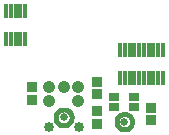
<source format=gbs>
G75*
%MOIN*%
%OFA0B0*%
%FSLAX25Y25*%
%IPPOS*%
%LPD*%
%AMOC8*
5,1,8,0,0,1.08239X$1,22.5*
%
%ADD10R,0.03454X0.02655*%
%ADD11C,0.02569*%
%ADD12C,0.00020*%
%ADD13R,0.01387X0.05088*%
%ADD14R,0.03600X0.03300*%
%ADD15C,0.03356*%
%ADD16C,0.04143*%
D10*
X0102585Y0105299D03*
X0102585Y0108535D03*
X0109179Y0108535D03*
X0109179Y0105299D03*
D11*
X0105882Y0100370D03*
X0085646Y0101787D03*
D12*
X0103620Y0098108D02*
X0104105Y0097710D01*
X0104658Y0097415D01*
X0105258Y0097233D01*
X0105882Y0097171D01*
X0105882Y0098402D01*
X0105444Y0098451D01*
X0105028Y0098596D01*
X0103220Y0098596D01*
X0103222Y0098593D02*
X0102927Y0099146D01*
X0102745Y0099746D01*
X0102683Y0100370D01*
X0102745Y0100994D01*
X0102927Y0101594D01*
X0103222Y0102147D01*
X0103620Y0102632D01*
X0104105Y0103030D01*
X0104658Y0103325D01*
X0105258Y0103507D01*
X0105882Y0103569D01*
X0105882Y0102339D01*
X0105444Y0102289D01*
X0105028Y0102144D01*
X0104654Y0101909D01*
X0104342Y0101598D01*
X0104108Y0101224D01*
X0103962Y0100808D01*
X0103913Y0100370D01*
X0103962Y0099932D01*
X0104108Y0099516D01*
X0104342Y0099143D01*
X0104654Y0098831D01*
X0105028Y0098596D01*
X0104999Y0098615D02*
X0103211Y0098615D01*
X0103201Y0098633D02*
X0104970Y0098633D01*
X0104941Y0098651D02*
X0103191Y0098651D01*
X0103181Y0098669D02*
X0104912Y0098669D01*
X0104883Y0098687D02*
X0103172Y0098687D01*
X0103162Y0098705D02*
X0104854Y0098705D01*
X0104825Y0098724D02*
X0103152Y0098724D01*
X0103143Y0098742D02*
X0104796Y0098742D01*
X0104767Y0098760D02*
X0103133Y0098760D01*
X0103123Y0098778D02*
X0104738Y0098778D01*
X0104709Y0098796D02*
X0103113Y0098796D01*
X0103104Y0098815D02*
X0104680Y0098815D01*
X0104652Y0098833D02*
X0103094Y0098833D01*
X0103084Y0098851D02*
X0104634Y0098851D01*
X0104616Y0098869D02*
X0103074Y0098869D01*
X0103065Y0098887D02*
X0104598Y0098887D01*
X0104579Y0098906D02*
X0103055Y0098906D01*
X0103045Y0098924D02*
X0104561Y0098924D01*
X0104543Y0098942D02*
X0103036Y0098942D01*
X0103026Y0098960D02*
X0104525Y0098960D01*
X0104507Y0098978D02*
X0103016Y0098978D01*
X0103006Y0098997D02*
X0104488Y0098997D01*
X0104470Y0099015D02*
X0102997Y0099015D01*
X0102987Y0099033D02*
X0104452Y0099033D01*
X0104434Y0099051D02*
X0102977Y0099051D01*
X0102967Y0099069D02*
X0104416Y0099069D01*
X0104397Y0099088D02*
X0102958Y0099088D01*
X0102948Y0099106D02*
X0104379Y0099106D01*
X0104361Y0099124D02*
X0102938Y0099124D01*
X0102929Y0099142D02*
X0104343Y0099142D01*
X0104331Y0099160D02*
X0102922Y0099160D01*
X0102917Y0099179D02*
X0104320Y0099179D01*
X0104308Y0099197D02*
X0102911Y0099197D01*
X0102906Y0099215D02*
X0104297Y0099215D01*
X0104285Y0099233D02*
X0102900Y0099233D01*
X0102895Y0099251D02*
X0104274Y0099251D01*
X0104263Y0099270D02*
X0102889Y0099270D01*
X0102884Y0099288D02*
X0104251Y0099288D01*
X0104240Y0099306D02*
X0102878Y0099306D01*
X0102873Y0099324D02*
X0104228Y0099324D01*
X0104217Y0099342D02*
X0102867Y0099342D01*
X0102861Y0099361D02*
X0104205Y0099361D01*
X0104194Y0099379D02*
X0102856Y0099379D01*
X0102850Y0099397D02*
X0104182Y0099397D01*
X0104171Y0099415D02*
X0102845Y0099415D01*
X0102839Y0099433D02*
X0104160Y0099433D01*
X0104148Y0099452D02*
X0102834Y0099452D01*
X0102828Y0099470D02*
X0104137Y0099470D01*
X0104125Y0099488D02*
X0102823Y0099488D01*
X0102817Y0099506D02*
X0104114Y0099506D01*
X0104105Y0099524D02*
X0102812Y0099524D01*
X0102806Y0099543D02*
X0104098Y0099543D01*
X0104092Y0099561D02*
X0102801Y0099561D01*
X0102795Y0099579D02*
X0104086Y0099579D01*
X0104079Y0099597D02*
X0102790Y0099597D01*
X0102784Y0099615D02*
X0104073Y0099615D01*
X0104067Y0099634D02*
X0102779Y0099634D01*
X0102773Y0099652D02*
X0104060Y0099652D01*
X0104054Y0099670D02*
X0102768Y0099670D01*
X0102762Y0099688D02*
X0104047Y0099688D01*
X0104041Y0099706D02*
X0102757Y0099706D01*
X0102751Y0099724D02*
X0104035Y0099724D01*
X0104028Y0099743D02*
X0102746Y0099743D01*
X0102743Y0099761D02*
X0104022Y0099761D01*
X0104016Y0099779D02*
X0102741Y0099779D01*
X0102739Y0099797D02*
X0104009Y0099797D01*
X0104003Y0099815D02*
X0102738Y0099815D01*
X0102736Y0099834D02*
X0103997Y0099834D01*
X0103990Y0099852D02*
X0102734Y0099852D01*
X0102732Y0099870D02*
X0103984Y0099870D01*
X0103977Y0099888D02*
X0102731Y0099888D01*
X0102729Y0099906D02*
X0103971Y0099906D01*
X0103965Y0099925D02*
X0102727Y0099925D01*
X0102725Y0099943D02*
X0103961Y0099943D01*
X0103959Y0099961D02*
X0102723Y0099961D01*
X0102722Y0099979D02*
X0103957Y0099979D01*
X0103955Y0099997D02*
X0102720Y0099997D01*
X0102718Y0100016D02*
X0103953Y0100016D01*
X0103951Y0100034D02*
X0102716Y0100034D01*
X0102714Y0100052D02*
X0103949Y0100052D01*
X0103947Y0100070D02*
X0102713Y0100070D01*
X0102711Y0100088D02*
X0103945Y0100088D01*
X0103942Y0100107D02*
X0102709Y0100107D01*
X0102707Y0100125D02*
X0103940Y0100125D01*
X0103938Y0100143D02*
X0102705Y0100143D01*
X0102704Y0100161D02*
X0103936Y0100161D01*
X0103934Y0100179D02*
X0102702Y0100179D01*
X0102700Y0100198D02*
X0103932Y0100198D01*
X0103930Y0100216D02*
X0102698Y0100216D01*
X0102696Y0100234D02*
X0103928Y0100234D01*
X0103926Y0100252D02*
X0102695Y0100252D01*
X0102693Y0100270D02*
X0103924Y0100270D01*
X0103922Y0100289D02*
X0102691Y0100289D01*
X0102689Y0100307D02*
X0103920Y0100307D01*
X0103918Y0100325D02*
X0102688Y0100325D01*
X0102686Y0100343D02*
X0103916Y0100343D01*
X0103914Y0100361D02*
X0102684Y0100361D01*
X0102684Y0100380D02*
X0103914Y0100380D01*
X0103916Y0100398D02*
X0102686Y0100398D01*
X0102688Y0100416D02*
X0103918Y0100416D01*
X0103920Y0100434D02*
X0102689Y0100434D01*
X0102691Y0100452D02*
X0103922Y0100452D01*
X0103924Y0100471D02*
X0102693Y0100471D01*
X0102695Y0100489D02*
X0103926Y0100489D01*
X0103928Y0100507D02*
X0102697Y0100507D01*
X0102698Y0100525D02*
X0103930Y0100525D01*
X0103932Y0100543D02*
X0102700Y0100543D01*
X0102702Y0100562D02*
X0103934Y0100562D01*
X0103936Y0100580D02*
X0102704Y0100580D01*
X0102706Y0100598D02*
X0103938Y0100598D01*
X0103941Y0100616D02*
X0102707Y0100616D01*
X0102709Y0100634D02*
X0103943Y0100634D01*
X0103945Y0100653D02*
X0102711Y0100653D01*
X0102713Y0100671D02*
X0103947Y0100671D01*
X0103949Y0100689D02*
X0102714Y0100689D01*
X0102716Y0100707D02*
X0103951Y0100707D01*
X0103953Y0100725D02*
X0102718Y0100725D01*
X0102720Y0100743D02*
X0103955Y0100743D01*
X0103957Y0100762D02*
X0102722Y0100762D01*
X0102723Y0100780D02*
X0103959Y0100780D01*
X0103961Y0100798D02*
X0102725Y0100798D01*
X0102727Y0100816D02*
X0103965Y0100816D01*
X0103971Y0100834D02*
X0102729Y0100834D01*
X0102731Y0100853D02*
X0103978Y0100853D01*
X0103984Y0100871D02*
X0102732Y0100871D01*
X0102734Y0100889D02*
X0103990Y0100889D01*
X0103997Y0100907D02*
X0102736Y0100907D01*
X0102738Y0100925D02*
X0104003Y0100925D01*
X0104010Y0100944D02*
X0102740Y0100944D01*
X0102741Y0100962D02*
X0104016Y0100962D01*
X0104022Y0100980D02*
X0102743Y0100980D01*
X0102746Y0100998D02*
X0104029Y0100998D01*
X0104035Y0101016D02*
X0102751Y0101016D01*
X0102757Y0101035D02*
X0104041Y0101035D01*
X0104048Y0101053D02*
X0102762Y0101053D01*
X0102768Y0101071D02*
X0104054Y0101071D01*
X0104061Y0101089D02*
X0102773Y0101089D01*
X0102779Y0101107D02*
X0104067Y0101107D01*
X0104073Y0101126D02*
X0102784Y0101126D01*
X0102790Y0101144D02*
X0104080Y0101144D01*
X0104086Y0101162D02*
X0102795Y0101162D01*
X0102801Y0101180D02*
X0104092Y0101180D01*
X0104099Y0101198D02*
X0102806Y0101198D01*
X0102812Y0101217D02*
X0104105Y0101217D01*
X0104114Y0101235D02*
X0102818Y0101235D01*
X0102823Y0101253D02*
X0104126Y0101253D01*
X0104137Y0101271D02*
X0102829Y0101271D01*
X0102834Y0101289D02*
X0104149Y0101289D01*
X0104160Y0101308D02*
X0102840Y0101308D01*
X0102845Y0101326D02*
X0104172Y0101326D01*
X0104183Y0101344D02*
X0102851Y0101344D01*
X0102856Y0101362D02*
X0104194Y0101362D01*
X0104206Y0101380D02*
X0102862Y0101380D01*
X0102867Y0101399D02*
X0104217Y0101399D01*
X0104229Y0101417D02*
X0102873Y0101417D01*
X0102878Y0101435D02*
X0104240Y0101435D01*
X0104252Y0101453D02*
X0102884Y0101453D01*
X0102889Y0101471D02*
X0104263Y0101471D01*
X0104274Y0101490D02*
X0102895Y0101490D01*
X0102900Y0101508D02*
X0104286Y0101508D01*
X0104297Y0101526D02*
X0102906Y0101526D01*
X0102911Y0101544D02*
X0104309Y0101544D01*
X0104320Y0101562D02*
X0102917Y0101562D01*
X0102922Y0101581D02*
X0104332Y0101581D01*
X0104344Y0101599D02*
X0102929Y0101599D01*
X0102939Y0101617D02*
X0104362Y0101617D01*
X0104380Y0101635D02*
X0102948Y0101635D01*
X0102958Y0101653D02*
X0104398Y0101653D01*
X0104416Y0101672D02*
X0102968Y0101672D01*
X0102978Y0101690D02*
X0104435Y0101690D01*
X0104453Y0101708D02*
X0102987Y0101708D01*
X0102997Y0101726D02*
X0104471Y0101726D01*
X0104489Y0101744D02*
X0103007Y0101744D01*
X0103016Y0101762D02*
X0104507Y0101762D01*
X0104526Y0101781D02*
X0103026Y0101781D01*
X0103036Y0101799D02*
X0104544Y0101799D01*
X0104562Y0101817D02*
X0103046Y0101817D01*
X0103055Y0101835D02*
X0104580Y0101835D01*
X0104598Y0101853D02*
X0103065Y0101853D01*
X0103075Y0101872D02*
X0104617Y0101872D01*
X0104635Y0101890D02*
X0103085Y0101890D01*
X0103094Y0101908D02*
X0104653Y0101908D01*
X0104681Y0101926D02*
X0103104Y0101926D01*
X0103114Y0101944D02*
X0104710Y0101944D01*
X0104739Y0101963D02*
X0103123Y0101963D01*
X0103133Y0101981D02*
X0104768Y0101981D01*
X0104797Y0101999D02*
X0103143Y0101999D01*
X0103153Y0102017D02*
X0104826Y0102017D01*
X0104855Y0102035D02*
X0103162Y0102035D01*
X0103172Y0102054D02*
X0104884Y0102054D01*
X0104913Y0102072D02*
X0103182Y0102072D01*
X0103192Y0102090D02*
X0104942Y0102090D01*
X0104971Y0102108D02*
X0103201Y0102108D01*
X0103211Y0102126D02*
X0105000Y0102126D01*
X0105030Y0102145D02*
X0103221Y0102145D01*
X0103235Y0102163D02*
X0105082Y0102163D01*
X0105134Y0102181D02*
X0103250Y0102181D01*
X0103265Y0102199D02*
X0105186Y0102199D01*
X0105238Y0102217D02*
X0103280Y0102217D01*
X0103295Y0102236D02*
X0105290Y0102236D01*
X0105342Y0102254D02*
X0103310Y0102254D01*
X0103325Y0102272D02*
X0105394Y0102272D01*
X0105451Y0102290D02*
X0103339Y0102290D01*
X0103354Y0102308D02*
X0105613Y0102308D01*
X0105775Y0102327D02*
X0103369Y0102327D01*
X0103384Y0102345D02*
X0105882Y0102345D01*
X0108380Y0102345D01*
X0108394Y0102327D02*
X0105989Y0102327D01*
X0105882Y0102339D02*
X0106320Y0102289D01*
X0106736Y0102144D01*
X0107110Y0101909D01*
X0107421Y0101598D01*
X0107656Y0101224D01*
X0107802Y0100808D01*
X0107851Y0100370D01*
X0107802Y0099932D01*
X0107656Y0099516D01*
X0107421Y0099143D01*
X0107110Y0098831D01*
X0106736Y0098596D01*
X0108543Y0098596D01*
X0108542Y0098593D02*
X0108144Y0098108D01*
X0107659Y0097710D01*
X0107106Y0097415D01*
X0106506Y0097233D01*
X0105882Y0097171D01*
X0105882Y0098402D01*
X0106320Y0098451D01*
X0106736Y0098596D01*
X0106765Y0098615D02*
X0108553Y0098615D01*
X0108563Y0098633D02*
X0106794Y0098633D01*
X0106823Y0098651D02*
X0108573Y0098651D01*
X0108582Y0098669D02*
X0106852Y0098669D01*
X0106881Y0098687D02*
X0108592Y0098687D01*
X0108602Y0098705D02*
X0106910Y0098705D01*
X0106939Y0098724D02*
X0108612Y0098724D01*
X0108621Y0098742D02*
X0106968Y0098742D01*
X0106997Y0098760D02*
X0108631Y0098760D01*
X0108641Y0098778D02*
X0107026Y0098778D01*
X0107055Y0098796D02*
X0108650Y0098796D01*
X0108660Y0098815D02*
X0107084Y0098815D01*
X0107112Y0098833D02*
X0108670Y0098833D01*
X0108680Y0098851D02*
X0107130Y0098851D01*
X0107148Y0098869D02*
X0108689Y0098869D01*
X0108699Y0098887D02*
X0107166Y0098887D01*
X0107184Y0098906D02*
X0108709Y0098906D01*
X0108719Y0098924D02*
X0107203Y0098924D01*
X0107221Y0098942D02*
X0108728Y0098942D01*
X0108738Y0098960D02*
X0107239Y0098960D01*
X0107257Y0098978D02*
X0108748Y0098978D01*
X0108757Y0098997D02*
X0107275Y0098997D01*
X0107294Y0099015D02*
X0108767Y0099015D01*
X0108777Y0099033D02*
X0107312Y0099033D01*
X0107330Y0099051D02*
X0108787Y0099051D01*
X0108796Y0099069D02*
X0107348Y0099069D01*
X0107366Y0099088D02*
X0108806Y0099088D01*
X0108816Y0099106D02*
X0107385Y0099106D01*
X0107403Y0099124D02*
X0108826Y0099124D01*
X0108835Y0099142D02*
X0107421Y0099142D01*
X0107433Y0099160D02*
X0108842Y0099160D01*
X0108837Y0099146D02*
X0108542Y0098593D01*
X0108529Y0098578D02*
X0106684Y0098578D01*
X0106632Y0098560D02*
X0108515Y0098560D01*
X0108500Y0098542D02*
X0106580Y0098542D01*
X0106528Y0098524D02*
X0108485Y0098524D01*
X0108470Y0098505D02*
X0106476Y0098505D01*
X0106424Y0098487D02*
X0108455Y0098487D01*
X0108440Y0098469D02*
X0106372Y0098469D01*
X0106319Y0098451D02*
X0108425Y0098451D01*
X0108410Y0098433D02*
X0106158Y0098433D01*
X0105996Y0098414D02*
X0108395Y0098414D01*
X0108380Y0098396D02*
X0105882Y0098396D01*
X0103384Y0098396D01*
X0103399Y0098378D02*
X0105882Y0098378D01*
X0108365Y0098378D01*
X0108350Y0098360D02*
X0105882Y0098360D01*
X0103414Y0098360D01*
X0103428Y0098342D02*
X0105882Y0098342D01*
X0108335Y0098342D01*
X0108320Y0098323D02*
X0105882Y0098323D01*
X0103443Y0098323D01*
X0103458Y0098305D02*
X0105882Y0098305D01*
X0108305Y0098305D01*
X0108291Y0098287D02*
X0105882Y0098287D01*
X0103473Y0098287D01*
X0103488Y0098269D02*
X0105882Y0098269D01*
X0108276Y0098269D01*
X0108261Y0098251D02*
X0105882Y0098251D01*
X0103503Y0098251D01*
X0103518Y0098232D02*
X0105882Y0098232D01*
X0108246Y0098232D01*
X0108231Y0098214D02*
X0105882Y0098214D01*
X0103533Y0098214D01*
X0103548Y0098196D02*
X0105882Y0098196D01*
X0108216Y0098196D01*
X0108201Y0098178D02*
X0105882Y0098178D01*
X0103563Y0098178D01*
X0103578Y0098160D02*
X0105882Y0098160D01*
X0108186Y0098160D01*
X0108171Y0098141D02*
X0105882Y0098141D01*
X0103593Y0098141D01*
X0103608Y0098123D02*
X0105882Y0098123D01*
X0108156Y0098123D01*
X0108140Y0098105D02*
X0105882Y0098105D01*
X0103624Y0098105D01*
X0103620Y0098108D02*
X0103222Y0098593D01*
X0103234Y0098578D02*
X0105080Y0098578D01*
X0105132Y0098560D02*
X0103249Y0098560D01*
X0103264Y0098542D02*
X0105184Y0098542D01*
X0105236Y0098524D02*
X0103279Y0098524D01*
X0103294Y0098505D02*
X0105288Y0098505D01*
X0105340Y0098487D02*
X0103309Y0098487D01*
X0103324Y0098469D02*
X0105392Y0098469D01*
X0105444Y0098451D02*
X0103339Y0098451D01*
X0103354Y0098433D02*
X0105606Y0098433D01*
X0105768Y0098414D02*
X0103369Y0098414D01*
X0103646Y0098087D02*
X0105882Y0098087D01*
X0108118Y0098087D01*
X0108096Y0098069D02*
X0105882Y0098069D01*
X0103668Y0098069D01*
X0103690Y0098050D02*
X0105882Y0098050D01*
X0108073Y0098050D01*
X0108051Y0098032D02*
X0105882Y0098032D01*
X0103713Y0098032D01*
X0103735Y0098014D02*
X0105882Y0098014D01*
X0108029Y0098014D01*
X0108007Y0097996D02*
X0105882Y0097996D01*
X0103757Y0097996D01*
X0103779Y0097978D02*
X0105882Y0097978D01*
X0107985Y0097978D01*
X0107963Y0097959D02*
X0105882Y0097959D01*
X0103801Y0097959D01*
X0103823Y0097941D02*
X0105882Y0097941D01*
X0107940Y0097941D01*
X0107918Y0097923D02*
X0105882Y0097923D01*
X0103846Y0097923D01*
X0103868Y0097905D02*
X0105882Y0097905D01*
X0107896Y0097905D01*
X0107874Y0097887D02*
X0105882Y0097887D01*
X0103890Y0097887D01*
X0103912Y0097868D02*
X0105882Y0097868D01*
X0107852Y0097868D01*
X0107830Y0097850D02*
X0105882Y0097850D01*
X0103934Y0097850D01*
X0103956Y0097832D02*
X0105882Y0097832D01*
X0107807Y0097832D01*
X0107785Y0097814D02*
X0105882Y0097814D01*
X0103979Y0097814D01*
X0104001Y0097796D02*
X0105882Y0097796D01*
X0107763Y0097796D01*
X0107741Y0097777D02*
X0105882Y0097777D01*
X0104023Y0097777D01*
X0104045Y0097759D02*
X0105882Y0097759D01*
X0107719Y0097759D01*
X0107697Y0097741D02*
X0105882Y0097741D01*
X0104067Y0097741D01*
X0104089Y0097723D02*
X0105882Y0097723D01*
X0107674Y0097723D01*
X0107648Y0097705D02*
X0105882Y0097705D01*
X0104115Y0097705D01*
X0104149Y0097687D02*
X0105882Y0097687D01*
X0107614Y0097687D01*
X0107580Y0097668D02*
X0105882Y0097668D01*
X0104183Y0097668D01*
X0104217Y0097650D02*
X0105882Y0097650D01*
X0107546Y0097650D01*
X0107512Y0097632D02*
X0105882Y0097632D01*
X0104251Y0097632D01*
X0104286Y0097614D02*
X0105882Y0097614D01*
X0107478Y0097614D01*
X0107444Y0097596D02*
X0105882Y0097596D01*
X0104320Y0097596D01*
X0104354Y0097577D02*
X0105882Y0097577D01*
X0107410Y0097577D01*
X0107376Y0097559D02*
X0105882Y0097559D01*
X0104388Y0097559D01*
X0104422Y0097541D02*
X0105882Y0097541D01*
X0107342Y0097541D01*
X0107308Y0097523D02*
X0105882Y0097523D01*
X0104456Y0097523D01*
X0104490Y0097505D02*
X0105882Y0097505D01*
X0107274Y0097505D01*
X0107240Y0097486D02*
X0105882Y0097486D01*
X0104524Y0097486D01*
X0104558Y0097468D02*
X0105882Y0097468D01*
X0107206Y0097468D01*
X0107172Y0097450D02*
X0105882Y0097450D01*
X0104592Y0097450D01*
X0104626Y0097432D02*
X0105882Y0097432D01*
X0107138Y0097432D01*
X0107102Y0097414D02*
X0105882Y0097414D01*
X0104662Y0097414D01*
X0104722Y0097395D02*
X0105882Y0097395D01*
X0107042Y0097395D01*
X0106982Y0097377D02*
X0105882Y0097377D01*
X0104782Y0097377D01*
X0104842Y0097359D02*
X0105882Y0097359D01*
X0106922Y0097359D01*
X0106862Y0097341D02*
X0105882Y0097341D01*
X0104902Y0097341D01*
X0104962Y0097323D02*
X0105882Y0097323D01*
X0106802Y0097323D01*
X0106742Y0097304D02*
X0105882Y0097304D01*
X0105022Y0097304D01*
X0105082Y0097286D02*
X0105882Y0097286D01*
X0106682Y0097286D01*
X0106622Y0097268D02*
X0105882Y0097268D01*
X0105142Y0097268D01*
X0105202Y0097250D02*
X0105882Y0097250D01*
X0106562Y0097250D01*
X0106494Y0097232D02*
X0105882Y0097232D01*
X0105269Y0097232D01*
X0105454Y0097213D02*
X0105882Y0097213D01*
X0106310Y0097213D01*
X0106125Y0097195D02*
X0105882Y0097195D01*
X0105639Y0097195D01*
X0105824Y0097177D02*
X0105882Y0097177D01*
X0105940Y0097177D01*
X0107444Y0099179D02*
X0108847Y0099179D01*
X0108853Y0099197D02*
X0107455Y0099197D01*
X0107467Y0099215D02*
X0108858Y0099215D01*
X0108864Y0099233D02*
X0107478Y0099233D01*
X0107490Y0099251D02*
X0108869Y0099251D01*
X0108875Y0099270D02*
X0107501Y0099270D01*
X0107513Y0099288D02*
X0108880Y0099288D01*
X0108886Y0099306D02*
X0107524Y0099306D01*
X0107536Y0099324D02*
X0108891Y0099324D01*
X0108897Y0099342D02*
X0107547Y0099342D01*
X0107558Y0099361D02*
X0108902Y0099361D01*
X0108908Y0099379D02*
X0107570Y0099379D01*
X0107581Y0099397D02*
X0108913Y0099397D01*
X0108919Y0099415D02*
X0107593Y0099415D01*
X0107604Y0099433D02*
X0108924Y0099433D01*
X0108930Y0099452D02*
X0107616Y0099452D01*
X0107627Y0099470D02*
X0108935Y0099470D01*
X0108941Y0099488D02*
X0107638Y0099488D01*
X0107650Y0099506D02*
X0108946Y0099506D01*
X0108952Y0099524D02*
X0107659Y0099524D01*
X0107665Y0099543D02*
X0108958Y0099543D01*
X0108963Y0099561D02*
X0107672Y0099561D01*
X0107678Y0099579D02*
X0108969Y0099579D01*
X0108974Y0099597D02*
X0107684Y0099597D01*
X0107691Y0099615D02*
X0108980Y0099615D01*
X0108985Y0099634D02*
X0107697Y0099634D01*
X0107704Y0099652D02*
X0108991Y0099652D01*
X0108996Y0099670D02*
X0107710Y0099670D01*
X0107716Y0099688D02*
X0109002Y0099688D01*
X0109007Y0099706D02*
X0107723Y0099706D01*
X0107729Y0099724D02*
X0109013Y0099724D01*
X0109018Y0099743D02*
X0107735Y0099743D01*
X0107742Y0099761D02*
X0109021Y0099761D01*
X0109019Y0099746D02*
X0108837Y0099146D01*
X0109019Y0099746D02*
X0109081Y0100370D01*
X0109019Y0100994D01*
X0108837Y0101594D01*
X0108542Y0102147D01*
X0108144Y0102632D01*
X0107659Y0103030D01*
X0107106Y0103325D01*
X0106506Y0103507D01*
X0105882Y0103569D01*
X0105882Y0102339D01*
X0105882Y0102363D02*
X0103399Y0102363D01*
X0103414Y0102381D02*
X0105882Y0102381D01*
X0108350Y0102381D01*
X0108365Y0102363D02*
X0105882Y0102363D01*
X0105882Y0102399D02*
X0103429Y0102399D01*
X0103444Y0102418D02*
X0105882Y0102418D01*
X0108320Y0102418D01*
X0108305Y0102436D02*
X0105882Y0102436D01*
X0103459Y0102436D01*
X0103474Y0102454D02*
X0105882Y0102454D01*
X0108290Y0102454D01*
X0108275Y0102472D02*
X0105882Y0102472D01*
X0103489Y0102472D01*
X0103504Y0102490D02*
X0105882Y0102490D01*
X0108260Y0102490D01*
X0108245Y0102509D02*
X0105882Y0102509D01*
X0103519Y0102509D01*
X0103534Y0102527D02*
X0105882Y0102527D01*
X0108230Y0102527D01*
X0108215Y0102545D02*
X0105882Y0102545D01*
X0103549Y0102545D01*
X0103563Y0102563D02*
X0105882Y0102563D01*
X0108200Y0102563D01*
X0108185Y0102581D02*
X0105882Y0102581D01*
X0103578Y0102581D01*
X0103593Y0102600D02*
X0105882Y0102600D01*
X0108170Y0102600D01*
X0108155Y0102618D02*
X0105882Y0102618D01*
X0103608Y0102618D01*
X0103625Y0102636D02*
X0105882Y0102636D01*
X0108139Y0102636D01*
X0108117Y0102654D02*
X0105882Y0102654D01*
X0103647Y0102654D01*
X0103669Y0102672D02*
X0105882Y0102672D01*
X0108095Y0102672D01*
X0108072Y0102691D02*
X0105882Y0102691D01*
X0103691Y0102691D01*
X0103713Y0102709D02*
X0105882Y0102709D01*
X0108050Y0102709D01*
X0108028Y0102727D02*
X0105882Y0102727D01*
X0103736Y0102727D01*
X0103758Y0102745D02*
X0105882Y0102745D01*
X0108006Y0102745D01*
X0107984Y0102763D02*
X0105882Y0102763D01*
X0103780Y0102763D01*
X0103802Y0102781D02*
X0105882Y0102781D01*
X0107962Y0102781D01*
X0107939Y0102800D02*
X0105882Y0102800D01*
X0103824Y0102800D01*
X0103846Y0102818D02*
X0105882Y0102818D01*
X0107917Y0102818D01*
X0107895Y0102836D02*
X0105882Y0102836D01*
X0103869Y0102836D01*
X0103891Y0102854D02*
X0105882Y0102854D01*
X0107873Y0102854D01*
X0107851Y0102872D02*
X0105882Y0102872D01*
X0103913Y0102872D01*
X0103935Y0102891D02*
X0105882Y0102891D01*
X0107829Y0102891D01*
X0107806Y0102909D02*
X0105882Y0102909D01*
X0103957Y0102909D01*
X0103980Y0102927D02*
X0105882Y0102927D01*
X0107784Y0102927D01*
X0107762Y0102945D02*
X0105882Y0102945D01*
X0104002Y0102945D01*
X0104024Y0102963D02*
X0105882Y0102963D01*
X0107740Y0102963D01*
X0107718Y0102982D02*
X0105882Y0102982D01*
X0104046Y0102982D01*
X0104068Y0103000D02*
X0105882Y0103000D01*
X0107696Y0103000D01*
X0107673Y0103018D02*
X0105882Y0103018D01*
X0104090Y0103018D01*
X0104117Y0103036D02*
X0105882Y0103036D01*
X0107647Y0103036D01*
X0107613Y0103054D02*
X0105882Y0103054D01*
X0104151Y0103054D01*
X0104185Y0103073D02*
X0105882Y0103073D01*
X0107579Y0103073D01*
X0107545Y0103091D02*
X0105882Y0103091D01*
X0104219Y0103091D01*
X0104253Y0103109D02*
X0105882Y0103109D01*
X0107511Y0103109D01*
X0107477Y0103127D02*
X0105882Y0103127D01*
X0104287Y0103127D01*
X0104321Y0103145D02*
X0105882Y0103145D01*
X0107443Y0103145D01*
X0107409Y0103164D02*
X0105882Y0103164D01*
X0104355Y0103164D01*
X0104389Y0103182D02*
X0105882Y0103182D01*
X0107375Y0103182D01*
X0107341Y0103200D02*
X0105882Y0103200D01*
X0104423Y0103200D01*
X0104457Y0103218D02*
X0105882Y0103218D01*
X0107307Y0103218D01*
X0107273Y0103236D02*
X0105882Y0103236D01*
X0104491Y0103236D01*
X0104525Y0103255D02*
X0105882Y0103255D01*
X0107239Y0103255D01*
X0107204Y0103273D02*
X0105882Y0103273D01*
X0104559Y0103273D01*
X0104593Y0103291D02*
X0105882Y0103291D01*
X0107170Y0103291D01*
X0107136Y0103309D02*
X0105882Y0103309D01*
X0104627Y0103309D01*
X0104664Y0103327D02*
X0105882Y0103327D01*
X0107100Y0103327D01*
X0107040Y0103346D02*
X0105882Y0103346D01*
X0104724Y0103346D01*
X0104784Y0103364D02*
X0105882Y0103364D01*
X0106980Y0103364D01*
X0106920Y0103382D02*
X0105882Y0103382D01*
X0104844Y0103382D01*
X0104904Y0103400D02*
X0105882Y0103400D01*
X0106860Y0103400D01*
X0106800Y0103418D02*
X0105882Y0103418D01*
X0104964Y0103418D01*
X0105024Y0103437D02*
X0105882Y0103437D01*
X0106740Y0103437D01*
X0106680Y0103455D02*
X0105882Y0103455D01*
X0105084Y0103455D01*
X0105144Y0103473D02*
X0105882Y0103473D01*
X0106620Y0103473D01*
X0106560Y0103491D02*
X0105882Y0103491D01*
X0105204Y0103491D01*
X0105277Y0103509D02*
X0105882Y0103509D01*
X0106487Y0103509D01*
X0106302Y0103528D02*
X0105882Y0103528D01*
X0105462Y0103528D01*
X0105647Y0103546D02*
X0105882Y0103546D01*
X0106117Y0103546D01*
X0105932Y0103564D02*
X0105882Y0103564D01*
X0105831Y0103564D01*
X0105882Y0102399D02*
X0108335Y0102399D01*
X0108409Y0102308D02*
X0106151Y0102308D01*
X0106313Y0102290D02*
X0108424Y0102290D01*
X0108439Y0102272D02*
X0106370Y0102272D01*
X0106422Y0102254D02*
X0108454Y0102254D01*
X0108469Y0102236D02*
X0106474Y0102236D01*
X0106526Y0102217D02*
X0108484Y0102217D01*
X0108499Y0102199D02*
X0106578Y0102199D01*
X0106630Y0102181D02*
X0108514Y0102181D01*
X0108529Y0102163D02*
X0106682Y0102163D01*
X0106734Y0102145D02*
X0108543Y0102145D01*
X0108553Y0102126D02*
X0106764Y0102126D01*
X0106793Y0102108D02*
X0108562Y0102108D01*
X0108572Y0102090D02*
X0106822Y0102090D01*
X0106851Y0102072D02*
X0108582Y0102072D01*
X0108592Y0102054D02*
X0106880Y0102054D01*
X0106909Y0102035D02*
X0108601Y0102035D01*
X0108611Y0102017D02*
X0106938Y0102017D01*
X0106967Y0101999D02*
X0108621Y0101999D01*
X0108631Y0101981D02*
X0106996Y0101981D01*
X0107025Y0101963D02*
X0108640Y0101963D01*
X0108650Y0101944D02*
X0107054Y0101944D01*
X0107083Y0101926D02*
X0108660Y0101926D01*
X0108669Y0101908D02*
X0107111Y0101908D01*
X0107129Y0101890D02*
X0108679Y0101890D01*
X0108689Y0101872D02*
X0107147Y0101872D01*
X0107165Y0101853D02*
X0108699Y0101853D01*
X0108708Y0101835D02*
X0107184Y0101835D01*
X0107202Y0101817D02*
X0108718Y0101817D01*
X0108728Y0101799D02*
X0107220Y0101799D01*
X0107238Y0101781D02*
X0108738Y0101781D01*
X0108747Y0101762D02*
X0107256Y0101762D01*
X0107275Y0101744D02*
X0108757Y0101744D01*
X0108767Y0101726D02*
X0107293Y0101726D01*
X0107311Y0101708D02*
X0108776Y0101708D01*
X0108786Y0101690D02*
X0107329Y0101690D01*
X0107347Y0101672D02*
X0108796Y0101672D01*
X0108806Y0101653D02*
X0107366Y0101653D01*
X0107384Y0101635D02*
X0108815Y0101635D01*
X0108825Y0101617D02*
X0107402Y0101617D01*
X0107420Y0101599D02*
X0108835Y0101599D01*
X0108841Y0101581D02*
X0107432Y0101581D01*
X0107444Y0101562D02*
X0108847Y0101562D01*
X0108852Y0101544D02*
X0107455Y0101544D01*
X0107466Y0101526D02*
X0108858Y0101526D01*
X0108863Y0101508D02*
X0107478Y0101508D01*
X0107489Y0101490D02*
X0108869Y0101490D01*
X0108874Y0101471D02*
X0107501Y0101471D01*
X0107512Y0101453D02*
X0108880Y0101453D01*
X0108886Y0101435D02*
X0107524Y0101435D01*
X0107535Y0101417D02*
X0108891Y0101417D01*
X0108897Y0101399D02*
X0107546Y0101399D01*
X0107558Y0101380D02*
X0108902Y0101380D01*
X0108908Y0101362D02*
X0107569Y0101362D01*
X0107581Y0101344D02*
X0108913Y0101344D01*
X0108919Y0101326D02*
X0107592Y0101326D01*
X0107604Y0101308D02*
X0108924Y0101308D01*
X0108930Y0101289D02*
X0107615Y0101289D01*
X0107627Y0101271D02*
X0108935Y0101271D01*
X0108941Y0101253D02*
X0107638Y0101253D01*
X0107649Y0101235D02*
X0108946Y0101235D01*
X0108952Y0101217D02*
X0107659Y0101217D01*
X0107665Y0101198D02*
X0108957Y0101198D01*
X0108963Y0101180D02*
X0107671Y0101180D01*
X0107678Y0101162D02*
X0108968Y0101162D01*
X0108974Y0101144D02*
X0107684Y0101144D01*
X0107691Y0101126D02*
X0108979Y0101126D01*
X0108985Y0101107D02*
X0107697Y0101107D01*
X0107703Y0101089D02*
X0108990Y0101089D01*
X0108996Y0101071D02*
X0107710Y0101071D01*
X0107716Y0101053D02*
X0109001Y0101053D01*
X0109007Y0101035D02*
X0107722Y0101035D01*
X0107729Y0101016D02*
X0109012Y0101016D01*
X0109018Y0100998D02*
X0107735Y0100998D01*
X0107741Y0100980D02*
X0109021Y0100980D01*
X0109022Y0100962D02*
X0107748Y0100962D01*
X0107754Y0100944D02*
X0109024Y0100944D01*
X0109026Y0100925D02*
X0107761Y0100925D01*
X0107767Y0100907D02*
X0109028Y0100907D01*
X0109030Y0100889D02*
X0107773Y0100889D01*
X0107780Y0100871D02*
X0109031Y0100871D01*
X0109033Y0100853D02*
X0107786Y0100853D01*
X0107792Y0100834D02*
X0109035Y0100834D01*
X0109037Y0100816D02*
X0107799Y0100816D01*
X0107803Y0100798D02*
X0109039Y0100798D01*
X0109040Y0100780D02*
X0107805Y0100780D01*
X0107807Y0100762D02*
X0109042Y0100762D01*
X0109044Y0100743D02*
X0107809Y0100743D01*
X0107811Y0100725D02*
X0109046Y0100725D01*
X0109048Y0100707D02*
X0107813Y0100707D01*
X0107815Y0100689D02*
X0109049Y0100689D01*
X0109051Y0100671D02*
X0107817Y0100671D01*
X0107819Y0100653D02*
X0109053Y0100653D01*
X0109055Y0100634D02*
X0107821Y0100634D01*
X0107823Y0100616D02*
X0109056Y0100616D01*
X0109058Y0100598D02*
X0107825Y0100598D01*
X0107827Y0100580D02*
X0109060Y0100580D01*
X0109062Y0100562D02*
X0107829Y0100562D01*
X0107831Y0100543D02*
X0109064Y0100543D01*
X0109065Y0100525D02*
X0107834Y0100525D01*
X0107836Y0100507D02*
X0109067Y0100507D01*
X0109069Y0100489D02*
X0107838Y0100489D01*
X0107840Y0100471D02*
X0109071Y0100471D01*
X0109073Y0100452D02*
X0107842Y0100452D01*
X0107844Y0100434D02*
X0109074Y0100434D01*
X0109076Y0100416D02*
X0107846Y0100416D01*
X0107848Y0100398D02*
X0109078Y0100398D01*
X0109080Y0100380D02*
X0107850Y0100380D01*
X0107850Y0100361D02*
X0109080Y0100361D01*
X0109078Y0100343D02*
X0107848Y0100343D01*
X0107846Y0100325D02*
X0109076Y0100325D01*
X0109074Y0100307D02*
X0107844Y0100307D01*
X0107842Y0100289D02*
X0109073Y0100289D01*
X0109071Y0100270D02*
X0107840Y0100270D01*
X0107838Y0100252D02*
X0109069Y0100252D01*
X0109067Y0100234D02*
X0107836Y0100234D01*
X0107834Y0100216D02*
X0109066Y0100216D01*
X0109064Y0100198D02*
X0107832Y0100198D01*
X0107830Y0100179D02*
X0109062Y0100179D01*
X0109060Y0100161D02*
X0107827Y0100161D01*
X0107825Y0100143D02*
X0109058Y0100143D01*
X0109057Y0100125D02*
X0107823Y0100125D01*
X0107821Y0100107D02*
X0109055Y0100107D01*
X0109053Y0100088D02*
X0107819Y0100088D01*
X0107817Y0100070D02*
X0109051Y0100070D01*
X0109049Y0100052D02*
X0107815Y0100052D01*
X0107813Y0100034D02*
X0109048Y0100034D01*
X0109046Y0100016D02*
X0107811Y0100016D01*
X0107809Y0099997D02*
X0109044Y0099997D01*
X0109042Y0099979D02*
X0107807Y0099979D01*
X0107805Y0099961D02*
X0109040Y0099961D01*
X0109039Y0099943D02*
X0107803Y0099943D01*
X0107799Y0099925D02*
X0109037Y0099925D01*
X0109035Y0099906D02*
X0107793Y0099906D01*
X0107786Y0099888D02*
X0109033Y0099888D01*
X0109031Y0099870D02*
X0107780Y0099870D01*
X0107774Y0099852D02*
X0109030Y0099852D01*
X0109028Y0099834D02*
X0107767Y0099834D01*
X0107761Y0099815D02*
X0109026Y0099815D01*
X0109024Y0099797D02*
X0107754Y0099797D01*
X0107748Y0099779D02*
X0109023Y0099779D01*
X0088942Y0101762D02*
X0087675Y0101762D01*
X0087673Y0101744D02*
X0088941Y0101744D01*
X0088939Y0101726D02*
X0087671Y0101726D01*
X0087669Y0101708D02*
X0088937Y0101708D01*
X0088935Y0101690D02*
X0087667Y0101690D01*
X0087664Y0101672D02*
X0088933Y0101672D01*
X0088932Y0101653D02*
X0087662Y0101653D01*
X0087660Y0101635D02*
X0088930Y0101635D01*
X0088928Y0101617D02*
X0087658Y0101617D01*
X0087656Y0101599D02*
X0088926Y0101599D01*
X0088925Y0101581D02*
X0087654Y0101581D01*
X0087652Y0101562D02*
X0088923Y0101562D01*
X0088921Y0101544D02*
X0087650Y0101544D01*
X0087648Y0101526D02*
X0088919Y0101526D01*
X0088917Y0101508D02*
X0087646Y0101508D01*
X0087644Y0101490D02*
X0088916Y0101490D01*
X0088914Y0101471D02*
X0087642Y0101471D01*
X0087640Y0101453D02*
X0088912Y0101453D01*
X0088910Y0101435D02*
X0087638Y0101435D01*
X0087635Y0101417D02*
X0088908Y0101417D01*
X0088907Y0101399D02*
X0087633Y0101399D01*
X0087631Y0101380D02*
X0088905Y0101380D01*
X0088903Y0101362D02*
X0087629Y0101362D01*
X0087627Y0101344D02*
X0088901Y0101344D01*
X0088899Y0101326D02*
X0087622Y0101326D01*
X0087627Y0101338D02*
X0087678Y0101787D01*
X0087627Y0102237D01*
X0087476Y0102663D01*
X0087233Y0103045D01*
X0086910Y0103363D01*
X0086525Y0103599D01*
X0086096Y0103743D01*
X0085646Y0103787D01*
X0085198Y0103740D01*
X0084772Y0103594D01*
X0084390Y0103357D01*
X0084070Y0103040D01*
X0083830Y0102659D01*
X0083680Y0102235D01*
X0083630Y0101787D01*
X0083680Y0101340D01*
X0083830Y0100916D01*
X0084070Y0100535D01*
X0084390Y0100218D01*
X0084772Y0099981D01*
X0085198Y0099834D01*
X0085646Y0099787D01*
X0085646Y0098488D01*
X0085002Y0098552D01*
X0084383Y0098739D01*
X0083813Y0099044D01*
X0083313Y0099455D01*
X0082902Y0099954D01*
X0082598Y0100525D01*
X0082410Y0101144D01*
X0083749Y0101144D01*
X0083743Y0101162D02*
X0082408Y0101162D01*
X0082406Y0101180D02*
X0083737Y0101180D01*
X0083730Y0101198D02*
X0082404Y0101198D01*
X0082403Y0101217D02*
X0083724Y0101217D01*
X0083717Y0101235D02*
X0082401Y0101235D01*
X0082399Y0101253D02*
X0083711Y0101253D01*
X0083705Y0101271D02*
X0082397Y0101271D01*
X0082396Y0101289D02*
X0083698Y0101289D01*
X0083692Y0101308D02*
X0082394Y0101308D01*
X0082392Y0101326D02*
X0083685Y0101326D01*
X0083680Y0101344D02*
X0082390Y0101344D01*
X0082388Y0101362D02*
X0083678Y0101362D01*
X0083676Y0101380D02*
X0082387Y0101380D01*
X0082385Y0101399D02*
X0083674Y0101399D01*
X0083672Y0101417D02*
X0082383Y0101417D01*
X0082381Y0101435D02*
X0083670Y0101435D01*
X0083668Y0101453D02*
X0082379Y0101453D01*
X0082378Y0101471D02*
X0083666Y0101471D01*
X0083663Y0101490D02*
X0082376Y0101490D01*
X0082374Y0101508D02*
X0083661Y0101508D01*
X0083659Y0101526D02*
X0082372Y0101526D01*
X0082370Y0101544D02*
X0083657Y0101544D01*
X0083655Y0101562D02*
X0082369Y0101562D01*
X0082367Y0101581D02*
X0083653Y0101581D01*
X0083651Y0101599D02*
X0082365Y0101599D01*
X0082363Y0101617D02*
X0083649Y0101617D01*
X0083647Y0101635D02*
X0082361Y0101635D01*
X0082360Y0101653D02*
X0083645Y0101653D01*
X0083643Y0101672D02*
X0082358Y0101672D01*
X0082356Y0101690D02*
X0083641Y0101690D01*
X0083639Y0101708D02*
X0082354Y0101708D01*
X0082352Y0101726D02*
X0083637Y0101726D01*
X0083635Y0101744D02*
X0082351Y0101744D01*
X0082349Y0101762D02*
X0083633Y0101762D01*
X0083630Y0101781D02*
X0082347Y0101781D01*
X0082346Y0101787D02*
X0082410Y0102431D01*
X0082598Y0103050D01*
X0082902Y0103620D01*
X0083313Y0104120D01*
X0083813Y0104531D01*
X0084383Y0104835D01*
X0085002Y0105023D01*
X0085646Y0105087D01*
X0085646Y0103787D01*
X0085646Y0105087D01*
X0086289Y0105023D01*
X0086908Y0104835D01*
X0087479Y0104531D01*
X0087979Y0104120D01*
X0088389Y0103620D01*
X0088694Y0103050D01*
X0088881Y0102431D01*
X0088945Y0101787D01*
X0088881Y0101144D01*
X0087558Y0101144D01*
X0087564Y0101162D02*
X0088883Y0101162D01*
X0088881Y0101144D02*
X0088694Y0100525D01*
X0087228Y0100525D01*
X0087233Y0100530D02*
X0087476Y0100911D01*
X0087627Y0101338D01*
X0087616Y0101308D02*
X0088898Y0101308D01*
X0088896Y0101289D02*
X0087609Y0101289D01*
X0087603Y0101271D02*
X0088894Y0101271D01*
X0088892Y0101253D02*
X0087596Y0101253D01*
X0087590Y0101235D02*
X0088890Y0101235D01*
X0088889Y0101217D02*
X0087584Y0101217D01*
X0087577Y0101198D02*
X0088887Y0101198D01*
X0088885Y0101180D02*
X0087571Y0101180D01*
X0087551Y0101126D02*
X0088876Y0101126D01*
X0088870Y0101107D02*
X0087545Y0101107D01*
X0087539Y0101089D02*
X0088865Y0101089D01*
X0088859Y0101071D02*
X0087532Y0101071D01*
X0087526Y0101053D02*
X0088854Y0101053D01*
X0088848Y0101035D02*
X0087519Y0101035D01*
X0087513Y0101016D02*
X0088843Y0101016D01*
X0088837Y0100998D02*
X0087506Y0100998D01*
X0087500Y0100980D02*
X0088832Y0100980D01*
X0088826Y0100962D02*
X0087493Y0100962D01*
X0087487Y0100944D02*
X0088821Y0100944D01*
X0088815Y0100925D02*
X0087481Y0100925D01*
X0087473Y0100907D02*
X0088810Y0100907D01*
X0088804Y0100889D02*
X0087461Y0100889D01*
X0087450Y0100871D02*
X0088799Y0100871D01*
X0088793Y0100853D02*
X0087438Y0100853D01*
X0087427Y0100834D02*
X0088788Y0100834D01*
X0088782Y0100816D02*
X0087415Y0100816D01*
X0087404Y0100798D02*
X0088777Y0100798D01*
X0088771Y0100780D02*
X0087392Y0100780D01*
X0087380Y0100762D02*
X0088766Y0100762D01*
X0088760Y0100743D02*
X0087369Y0100743D01*
X0087357Y0100725D02*
X0088755Y0100725D01*
X0088749Y0100707D02*
X0087346Y0100707D01*
X0087334Y0100689D02*
X0088744Y0100689D01*
X0088738Y0100671D02*
X0087323Y0100671D01*
X0087311Y0100653D02*
X0088732Y0100653D01*
X0088727Y0100634D02*
X0087299Y0100634D01*
X0087288Y0100616D02*
X0088721Y0100616D01*
X0088716Y0100598D02*
X0087276Y0100598D01*
X0087265Y0100580D02*
X0088710Y0100580D01*
X0088705Y0100562D02*
X0087253Y0100562D01*
X0087241Y0100543D02*
X0088699Y0100543D01*
X0088694Y0100525D02*
X0088389Y0099954D01*
X0087979Y0099455D01*
X0087479Y0099044D01*
X0086908Y0098739D01*
X0086289Y0098552D01*
X0085646Y0098488D01*
X0085646Y0099787D01*
X0086096Y0099831D01*
X0086525Y0099976D01*
X0086910Y0100212D01*
X0087233Y0100530D01*
X0087210Y0100507D02*
X0088684Y0100507D01*
X0088674Y0100489D02*
X0087191Y0100489D01*
X0087173Y0100471D02*
X0088665Y0100471D01*
X0088655Y0100452D02*
X0087154Y0100452D01*
X0087136Y0100434D02*
X0088645Y0100434D01*
X0088636Y0100416D02*
X0087117Y0100416D01*
X0087099Y0100398D02*
X0088626Y0100398D01*
X0088616Y0100380D02*
X0087080Y0100380D01*
X0087062Y0100361D02*
X0088606Y0100361D01*
X0088597Y0100343D02*
X0087043Y0100343D01*
X0087025Y0100325D02*
X0088587Y0100325D01*
X0088577Y0100307D02*
X0087006Y0100307D01*
X0086988Y0100289D02*
X0088567Y0100289D01*
X0088558Y0100270D02*
X0086969Y0100270D01*
X0086951Y0100252D02*
X0088548Y0100252D01*
X0088538Y0100234D02*
X0086932Y0100234D01*
X0086914Y0100216D02*
X0088529Y0100216D01*
X0088519Y0100198D02*
X0086886Y0100198D01*
X0086857Y0100179D02*
X0088509Y0100179D01*
X0088499Y0100161D02*
X0086827Y0100161D01*
X0086798Y0100143D02*
X0088490Y0100143D01*
X0088480Y0100125D02*
X0086768Y0100125D01*
X0086738Y0100107D02*
X0088470Y0100107D01*
X0088460Y0100088D02*
X0086709Y0100088D01*
X0086679Y0100070D02*
X0088451Y0100070D01*
X0088441Y0100052D02*
X0086649Y0100052D01*
X0086620Y0100034D02*
X0088431Y0100034D01*
X0088422Y0100016D02*
X0086590Y0100016D01*
X0086560Y0099997D02*
X0088412Y0099997D01*
X0088402Y0099979D02*
X0086531Y0099979D01*
X0086482Y0099961D02*
X0088392Y0099961D01*
X0088379Y0099943D02*
X0086428Y0099943D01*
X0086373Y0099925D02*
X0088364Y0099925D01*
X0088349Y0099906D02*
X0086319Y0099906D01*
X0086265Y0099888D02*
X0088335Y0099888D01*
X0088320Y0099870D02*
X0086211Y0099870D01*
X0086157Y0099852D02*
X0088305Y0099852D01*
X0088290Y0099834D02*
X0086103Y0099834D01*
X0085933Y0099815D02*
X0088275Y0099815D01*
X0088260Y0099797D02*
X0085747Y0099797D01*
X0085646Y0099779D02*
X0083046Y0099779D01*
X0083031Y0099797D02*
X0085552Y0099797D01*
X0085646Y0099779D02*
X0088245Y0099779D01*
X0088230Y0099761D02*
X0085646Y0099761D01*
X0083061Y0099761D01*
X0083076Y0099743D02*
X0085646Y0099743D01*
X0088215Y0099743D01*
X0088200Y0099724D02*
X0085646Y0099724D01*
X0083091Y0099724D01*
X0083106Y0099706D02*
X0085646Y0099706D01*
X0088185Y0099706D01*
X0088170Y0099688D02*
X0085646Y0099688D01*
X0083121Y0099688D01*
X0083136Y0099670D02*
X0085646Y0099670D01*
X0088155Y0099670D01*
X0088140Y0099652D02*
X0085646Y0099652D01*
X0083151Y0099652D01*
X0083166Y0099634D02*
X0085646Y0099634D01*
X0088125Y0099634D01*
X0088111Y0099615D02*
X0085646Y0099615D01*
X0083181Y0099615D01*
X0083196Y0099597D02*
X0085646Y0099597D01*
X0088096Y0099597D01*
X0088081Y0099579D02*
X0085646Y0099579D01*
X0083211Y0099579D01*
X0083226Y0099561D02*
X0085646Y0099561D01*
X0088066Y0099561D01*
X0088051Y0099543D02*
X0085646Y0099543D01*
X0083241Y0099543D01*
X0083255Y0099524D02*
X0085646Y0099524D01*
X0088036Y0099524D01*
X0088021Y0099506D02*
X0085646Y0099506D01*
X0083270Y0099506D01*
X0083285Y0099488D02*
X0085646Y0099488D01*
X0088006Y0099488D01*
X0087991Y0099470D02*
X0085646Y0099470D01*
X0083300Y0099470D01*
X0083316Y0099452D02*
X0085646Y0099452D01*
X0087975Y0099452D01*
X0087953Y0099433D02*
X0085646Y0099433D01*
X0083339Y0099433D01*
X0083361Y0099415D02*
X0085646Y0099415D01*
X0087931Y0099415D01*
X0087908Y0099397D02*
X0085646Y0099397D01*
X0083383Y0099397D01*
X0083405Y0099379D02*
X0085646Y0099379D01*
X0087886Y0099379D01*
X0087864Y0099361D02*
X0085646Y0099361D01*
X0083427Y0099361D01*
X0083449Y0099342D02*
X0085646Y0099342D01*
X0087842Y0099342D01*
X0087820Y0099324D02*
X0085646Y0099324D01*
X0083472Y0099324D01*
X0083494Y0099306D02*
X0085646Y0099306D01*
X0087798Y0099306D01*
X0087775Y0099288D02*
X0085646Y0099288D01*
X0083516Y0099288D01*
X0083538Y0099270D02*
X0085646Y0099270D01*
X0087753Y0099270D01*
X0087731Y0099251D02*
X0085646Y0099251D01*
X0083560Y0099251D01*
X0083582Y0099233D02*
X0085646Y0099233D01*
X0087709Y0099233D01*
X0087687Y0099215D02*
X0085646Y0099215D01*
X0083605Y0099215D01*
X0083627Y0099197D02*
X0085646Y0099197D01*
X0087665Y0099197D01*
X0087642Y0099179D02*
X0085646Y0099179D01*
X0083649Y0099179D01*
X0083671Y0099160D02*
X0085646Y0099160D01*
X0087620Y0099160D01*
X0087598Y0099142D02*
X0085646Y0099142D01*
X0083693Y0099142D01*
X0083715Y0099124D02*
X0085646Y0099124D01*
X0087576Y0099124D01*
X0087554Y0099106D02*
X0085646Y0099106D01*
X0083738Y0099106D01*
X0083760Y0099088D02*
X0085646Y0099088D01*
X0087532Y0099088D01*
X0087509Y0099069D02*
X0085646Y0099069D01*
X0083782Y0099069D01*
X0083804Y0099051D02*
X0085646Y0099051D01*
X0087487Y0099051D01*
X0087458Y0099033D02*
X0085646Y0099033D01*
X0083834Y0099033D01*
X0083868Y0099015D02*
X0085646Y0099015D01*
X0087424Y0099015D01*
X0087390Y0098997D02*
X0085646Y0098997D01*
X0083902Y0098997D01*
X0083936Y0098978D02*
X0085646Y0098978D01*
X0087356Y0098978D01*
X0087322Y0098960D02*
X0085646Y0098960D01*
X0083970Y0098960D01*
X0084004Y0098942D02*
X0085646Y0098942D01*
X0087288Y0098942D01*
X0087253Y0098924D02*
X0085646Y0098924D01*
X0084038Y0098924D01*
X0084072Y0098906D02*
X0085646Y0098906D01*
X0087219Y0098906D01*
X0087185Y0098887D02*
X0085646Y0098887D01*
X0084106Y0098887D01*
X0084140Y0098869D02*
X0085646Y0098869D01*
X0087151Y0098869D01*
X0087117Y0098851D02*
X0085646Y0098851D01*
X0084174Y0098851D01*
X0084208Y0098833D02*
X0085646Y0098833D01*
X0087083Y0098833D01*
X0087049Y0098815D02*
X0085646Y0098815D01*
X0084242Y0098815D01*
X0084276Y0098796D02*
X0085646Y0098796D01*
X0087015Y0098796D01*
X0086981Y0098778D02*
X0085646Y0098778D01*
X0084310Y0098778D01*
X0084344Y0098760D02*
X0085646Y0098760D01*
X0086947Y0098760D01*
X0086913Y0098742D02*
X0085646Y0098742D01*
X0084378Y0098742D01*
X0084435Y0098724D02*
X0085646Y0098724D01*
X0086857Y0098724D01*
X0086797Y0098705D02*
X0085646Y0098705D01*
X0084495Y0098705D01*
X0084555Y0098687D02*
X0085646Y0098687D01*
X0086737Y0098687D01*
X0086677Y0098669D02*
X0085646Y0098669D01*
X0084615Y0098669D01*
X0084675Y0098651D02*
X0085646Y0098651D01*
X0086617Y0098651D01*
X0086557Y0098633D02*
X0085646Y0098633D01*
X0084735Y0098633D01*
X0084795Y0098615D02*
X0085646Y0098615D01*
X0086497Y0098615D01*
X0086437Y0098596D02*
X0085646Y0098596D01*
X0084855Y0098596D01*
X0084915Y0098578D02*
X0085646Y0098578D01*
X0086377Y0098578D01*
X0086317Y0098560D02*
X0085646Y0098560D01*
X0084975Y0098560D01*
X0085102Y0098542D02*
X0085646Y0098542D01*
X0086189Y0098542D01*
X0086005Y0098524D02*
X0085646Y0098524D01*
X0085287Y0098524D01*
X0085472Y0098505D02*
X0085646Y0098505D01*
X0085820Y0098505D01*
X0085379Y0099815D02*
X0083017Y0099815D01*
X0083002Y0099834D02*
X0085206Y0099834D01*
X0085147Y0099852D02*
X0082987Y0099852D01*
X0082972Y0099870D02*
X0085094Y0099870D01*
X0085041Y0099888D02*
X0082957Y0099888D01*
X0082942Y0099906D02*
X0084988Y0099906D01*
X0084935Y0099925D02*
X0082927Y0099925D01*
X0082912Y0099943D02*
X0084882Y0099943D01*
X0084829Y0099961D02*
X0082899Y0099961D01*
X0082889Y0099979D02*
X0084776Y0099979D01*
X0084745Y0099997D02*
X0082880Y0099997D01*
X0082870Y0100016D02*
X0084716Y0100016D01*
X0084686Y0100034D02*
X0082860Y0100034D01*
X0082850Y0100052D02*
X0084657Y0100052D01*
X0084628Y0100070D02*
X0082841Y0100070D01*
X0082831Y0100088D02*
X0084599Y0100088D01*
X0084569Y0100107D02*
X0082821Y0100107D01*
X0082811Y0100125D02*
X0084540Y0100125D01*
X0084511Y0100143D02*
X0082802Y0100143D01*
X0082792Y0100161D02*
X0084481Y0100161D01*
X0084452Y0100179D02*
X0082782Y0100179D01*
X0082773Y0100198D02*
X0084423Y0100198D01*
X0084394Y0100216D02*
X0082763Y0100216D01*
X0082753Y0100234D02*
X0084374Y0100234D01*
X0084355Y0100252D02*
X0082743Y0100252D01*
X0082734Y0100270D02*
X0084337Y0100270D01*
X0084319Y0100289D02*
X0082724Y0100289D01*
X0082714Y0100307D02*
X0084300Y0100307D01*
X0084282Y0100325D02*
X0082704Y0100325D01*
X0082695Y0100343D02*
X0084264Y0100343D01*
X0084245Y0100361D02*
X0082685Y0100361D01*
X0082675Y0100380D02*
X0084227Y0100380D01*
X0084209Y0100398D02*
X0082666Y0100398D01*
X0082656Y0100416D02*
X0084190Y0100416D01*
X0084172Y0100434D02*
X0082646Y0100434D01*
X0082636Y0100452D02*
X0084154Y0100452D01*
X0084135Y0100471D02*
X0082627Y0100471D01*
X0082617Y0100489D02*
X0084117Y0100489D01*
X0084099Y0100507D02*
X0082607Y0100507D01*
X0082598Y0100525D02*
X0084080Y0100525D01*
X0084065Y0100543D02*
X0082592Y0100543D01*
X0082586Y0100562D02*
X0084054Y0100562D01*
X0084042Y0100580D02*
X0082581Y0100580D01*
X0082575Y0100598D02*
X0084031Y0100598D01*
X0084019Y0100616D02*
X0082570Y0100616D01*
X0082564Y0100634D02*
X0084008Y0100634D01*
X0083996Y0100653D02*
X0082559Y0100653D01*
X0082553Y0100671D02*
X0083985Y0100671D01*
X0083973Y0100689D02*
X0082548Y0100689D01*
X0082542Y0100707D02*
X0083962Y0100707D01*
X0083950Y0100725D02*
X0082537Y0100725D01*
X0082531Y0100743D02*
X0083939Y0100743D01*
X0083927Y0100762D02*
X0082526Y0100762D01*
X0082520Y0100780D02*
X0083916Y0100780D01*
X0083904Y0100798D02*
X0082515Y0100798D01*
X0082509Y0100816D02*
X0083893Y0100816D01*
X0083881Y0100834D02*
X0082504Y0100834D01*
X0082498Y0100853D02*
X0083870Y0100853D01*
X0083858Y0100871D02*
X0082493Y0100871D01*
X0082487Y0100889D02*
X0083847Y0100889D01*
X0083835Y0100907D02*
X0082482Y0100907D01*
X0082476Y0100925D02*
X0083826Y0100925D01*
X0083820Y0100944D02*
X0082471Y0100944D01*
X0082465Y0100962D02*
X0083813Y0100962D01*
X0083807Y0100980D02*
X0082460Y0100980D01*
X0082454Y0100998D02*
X0083801Y0100998D01*
X0083794Y0101016D02*
X0082448Y0101016D01*
X0082443Y0101035D02*
X0083788Y0101035D01*
X0083781Y0101053D02*
X0082437Y0101053D01*
X0082432Y0101071D02*
X0083775Y0101071D01*
X0083769Y0101089D02*
X0082426Y0101089D01*
X0082421Y0101107D02*
X0083762Y0101107D01*
X0083756Y0101126D02*
X0082415Y0101126D01*
X0082410Y0101144D02*
X0082346Y0101787D01*
X0082348Y0101799D02*
X0083631Y0101799D01*
X0083633Y0101817D02*
X0082349Y0101817D01*
X0082351Y0101835D02*
X0083635Y0101835D01*
X0083637Y0101853D02*
X0082353Y0101853D01*
X0082355Y0101872D02*
X0083639Y0101872D01*
X0083641Y0101890D02*
X0082357Y0101890D01*
X0082358Y0101908D02*
X0083643Y0101908D01*
X0083645Y0101926D02*
X0082360Y0101926D01*
X0082362Y0101944D02*
X0083648Y0101944D01*
X0083650Y0101963D02*
X0082364Y0101963D01*
X0082366Y0101981D02*
X0083652Y0101981D01*
X0083654Y0101999D02*
X0082367Y0101999D01*
X0082369Y0102017D02*
X0083656Y0102017D01*
X0083658Y0102035D02*
X0082371Y0102035D01*
X0082373Y0102054D02*
X0083660Y0102054D01*
X0083662Y0102072D02*
X0082374Y0102072D01*
X0082376Y0102090D02*
X0083664Y0102090D01*
X0083666Y0102108D02*
X0082378Y0102108D01*
X0082380Y0102126D02*
X0083668Y0102126D01*
X0083670Y0102145D02*
X0082382Y0102145D01*
X0082383Y0102163D02*
X0083672Y0102163D01*
X0083674Y0102181D02*
X0082385Y0102181D01*
X0082387Y0102199D02*
X0083676Y0102199D01*
X0083678Y0102217D02*
X0082389Y0102217D01*
X0082391Y0102236D02*
X0083681Y0102236D01*
X0083687Y0102254D02*
X0082392Y0102254D01*
X0082394Y0102272D02*
X0083694Y0102272D01*
X0083700Y0102290D02*
X0082396Y0102290D01*
X0082398Y0102308D02*
X0083706Y0102308D01*
X0083713Y0102327D02*
X0082400Y0102327D01*
X0082401Y0102345D02*
X0083719Y0102345D01*
X0083726Y0102363D02*
X0082403Y0102363D01*
X0082405Y0102381D02*
X0083732Y0102381D01*
X0083738Y0102399D02*
X0082407Y0102399D01*
X0082409Y0102418D02*
X0083745Y0102418D01*
X0083751Y0102436D02*
X0082411Y0102436D01*
X0082417Y0102454D02*
X0083758Y0102454D01*
X0083764Y0102472D02*
X0082422Y0102472D01*
X0082428Y0102490D02*
X0083770Y0102490D01*
X0083777Y0102509D02*
X0082433Y0102509D01*
X0082439Y0102527D02*
X0083783Y0102527D01*
X0083790Y0102545D02*
X0082444Y0102545D01*
X0082450Y0102563D02*
X0083796Y0102563D01*
X0083802Y0102581D02*
X0082455Y0102581D01*
X0082461Y0102600D02*
X0083809Y0102600D01*
X0083815Y0102618D02*
X0082466Y0102618D01*
X0082472Y0102636D02*
X0083822Y0102636D01*
X0083828Y0102654D02*
X0082478Y0102654D01*
X0082483Y0102672D02*
X0083838Y0102672D01*
X0083850Y0102691D02*
X0082489Y0102691D01*
X0082494Y0102709D02*
X0083861Y0102709D01*
X0083873Y0102727D02*
X0082500Y0102727D01*
X0082505Y0102745D02*
X0083884Y0102745D01*
X0083896Y0102763D02*
X0082511Y0102763D01*
X0082516Y0102781D02*
X0083907Y0102781D01*
X0083919Y0102800D02*
X0082522Y0102800D01*
X0082527Y0102818D02*
X0083930Y0102818D01*
X0083942Y0102836D02*
X0082533Y0102836D01*
X0082538Y0102854D02*
X0083953Y0102854D01*
X0083965Y0102872D02*
X0082544Y0102872D01*
X0082549Y0102891D02*
X0083976Y0102891D01*
X0083988Y0102909D02*
X0082555Y0102909D01*
X0082560Y0102927D02*
X0083999Y0102927D01*
X0084011Y0102945D02*
X0082566Y0102945D01*
X0082571Y0102963D02*
X0084022Y0102963D01*
X0084034Y0102982D02*
X0082577Y0102982D01*
X0082582Y0103000D02*
X0084045Y0103000D01*
X0084057Y0103018D02*
X0082588Y0103018D01*
X0082593Y0103036D02*
X0084068Y0103036D01*
X0084085Y0103054D02*
X0082600Y0103054D01*
X0082610Y0103073D02*
X0084104Y0103073D01*
X0084122Y0103091D02*
X0082619Y0103091D01*
X0082629Y0103109D02*
X0084140Y0103109D01*
X0084159Y0103127D02*
X0082639Y0103127D01*
X0082649Y0103145D02*
X0084177Y0103145D01*
X0084195Y0103164D02*
X0082658Y0103164D01*
X0082668Y0103182D02*
X0084214Y0103182D01*
X0084232Y0103200D02*
X0082678Y0103200D01*
X0082688Y0103218D02*
X0084250Y0103218D01*
X0084269Y0103236D02*
X0082697Y0103236D01*
X0082707Y0103255D02*
X0084287Y0103255D01*
X0084305Y0103273D02*
X0082717Y0103273D01*
X0082726Y0103291D02*
X0084324Y0103291D01*
X0084342Y0103309D02*
X0082736Y0103309D01*
X0082746Y0103327D02*
X0084360Y0103327D01*
X0084379Y0103346D02*
X0082756Y0103346D01*
X0082765Y0103364D02*
X0084401Y0103364D01*
X0084430Y0103382D02*
X0082775Y0103382D01*
X0082785Y0103400D02*
X0084460Y0103400D01*
X0084489Y0103418D02*
X0082795Y0103418D01*
X0082804Y0103437D02*
X0084518Y0103437D01*
X0084548Y0103455D02*
X0082814Y0103455D01*
X0082824Y0103473D02*
X0084577Y0103473D01*
X0084606Y0103491D02*
X0082833Y0103491D01*
X0082843Y0103509D02*
X0084635Y0103509D01*
X0084665Y0103528D02*
X0082853Y0103528D01*
X0082863Y0103546D02*
X0084694Y0103546D01*
X0084723Y0103564D02*
X0082872Y0103564D01*
X0082882Y0103582D02*
X0084753Y0103582D01*
X0084790Y0103600D02*
X0082892Y0103600D01*
X0082901Y0103619D02*
X0084843Y0103619D01*
X0084896Y0103637D02*
X0082916Y0103637D01*
X0082931Y0103655D02*
X0084949Y0103655D01*
X0085002Y0103673D02*
X0082946Y0103673D01*
X0082961Y0103691D02*
X0085055Y0103691D01*
X0085108Y0103709D02*
X0082976Y0103709D01*
X0082991Y0103728D02*
X0085161Y0103728D01*
X0085251Y0103746D02*
X0083005Y0103746D01*
X0083020Y0103764D02*
X0085424Y0103764D01*
X0085597Y0103782D02*
X0083035Y0103782D01*
X0083050Y0103800D02*
X0085646Y0103800D01*
X0088241Y0103800D01*
X0088256Y0103782D02*
X0085698Y0103782D01*
X0085646Y0103819D02*
X0083065Y0103819D01*
X0083080Y0103837D02*
X0085646Y0103837D01*
X0088211Y0103837D01*
X0088196Y0103855D02*
X0085646Y0103855D01*
X0083095Y0103855D01*
X0083110Y0103873D02*
X0085646Y0103873D01*
X0088181Y0103873D01*
X0088166Y0103891D02*
X0085646Y0103891D01*
X0083125Y0103891D01*
X0083140Y0103910D02*
X0085646Y0103910D01*
X0088151Y0103910D01*
X0088137Y0103928D02*
X0085646Y0103928D01*
X0083155Y0103928D01*
X0083170Y0103946D02*
X0085646Y0103946D01*
X0088122Y0103946D01*
X0088107Y0103964D02*
X0085646Y0103964D01*
X0083185Y0103964D01*
X0083200Y0103982D02*
X0085646Y0103982D01*
X0088092Y0103982D01*
X0088077Y0104001D02*
X0085646Y0104001D01*
X0083215Y0104001D01*
X0083229Y0104019D02*
X0085646Y0104019D01*
X0088062Y0104019D01*
X0088047Y0104037D02*
X0085646Y0104037D01*
X0083244Y0104037D01*
X0083259Y0104055D02*
X0085646Y0104055D01*
X0088032Y0104055D01*
X0088017Y0104073D02*
X0085646Y0104073D01*
X0083274Y0104073D01*
X0083289Y0104092D02*
X0085646Y0104092D01*
X0088002Y0104092D01*
X0087987Y0104110D02*
X0085646Y0104110D01*
X0083304Y0104110D01*
X0083322Y0104128D02*
X0085646Y0104128D01*
X0087969Y0104128D01*
X0087947Y0104146D02*
X0085646Y0104146D01*
X0083344Y0104146D01*
X0083367Y0104164D02*
X0085646Y0104164D01*
X0087925Y0104164D01*
X0087903Y0104183D02*
X0085646Y0104183D01*
X0083389Y0104183D01*
X0083411Y0104201D02*
X0085646Y0104201D01*
X0087880Y0104201D01*
X0087858Y0104219D02*
X0085646Y0104219D01*
X0083433Y0104219D01*
X0083455Y0104237D02*
X0085646Y0104237D01*
X0087836Y0104237D01*
X0087814Y0104255D02*
X0085646Y0104255D01*
X0083477Y0104255D01*
X0083500Y0104274D02*
X0085646Y0104274D01*
X0087792Y0104274D01*
X0087770Y0104292D02*
X0085646Y0104292D01*
X0083522Y0104292D01*
X0083544Y0104310D02*
X0085646Y0104310D01*
X0087747Y0104310D01*
X0087725Y0104328D02*
X0085646Y0104328D01*
X0083566Y0104328D01*
X0083588Y0104346D02*
X0085646Y0104346D01*
X0087703Y0104346D01*
X0087681Y0104365D02*
X0085646Y0104365D01*
X0083610Y0104365D01*
X0083633Y0104383D02*
X0085646Y0104383D01*
X0087659Y0104383D01*
X0087637Y0104401D02*
X0085646Y0104401D01*
X0083655Y0104401D01*
X0083677Y0104419D02*
X0085646Y0104419D01*
X0087614Y0104419D01*
X0087592Y0104437D02*
X0085646Y0104437D01*
X0083699Y0104437D01*
X0083721Y0104456D02*
X0085646Y0104456D01*
X0087570Y0104456D01*
X0087548Y0104474D02*
X0085646Y0104474D01*
X0083743Y0104474D01*
X0083766Y0104492D02*
X0085646Y0104492D01*
X0087526Y0104492D01*
X0087504Y0104510D02*
X0085646Y0104510D01*
X0083788Y0104510D01*
X0083810Y0104528D02*
X0085646Y0104528D01*
X0087481Y0104528D01*
X0087449Y0104547D02*
X0085646Y0104547D01*
X0083843Y0104547D01*
X0083877Y0104565D02*
X0085646Y0104565D01*
X0087415Y0104565D01*
X0087381Y0104583D02*
X0085646Y0104583D01*
X0083911Y0104583D01*
X0083945Y0104601D02*
X0085646Y0104601D01*
X0087347Y0104601D01*
X0087313Y0104619D02*
X0085646Y0104619D01*
X0083979Y0104619D01*
X0084013Y0104638D02*
X0085646Y0104638D01*
X0087279Y0104638D01*
X0087245Y0104656D02*
X0085646Y0104656D01*
X0084047Y0104656D01*
X0084081Y0104674D02*
X0085646Y0104674D01*
X0087211Y0104674D01*
X0087176Y0104692D02*
X0085646Y0104692D01*
X0084115Y0104692D01*
X0084149Y0104710D02*
X0085646Y0104710D01*
X0087142Y0104710D01*
X0087108Y0104728D02*
X0085646Y0104728D01*
X0084183Y0104728D01*
X0084217Y0104747D02*
X0085646Y0104747D01*
X0087074Y0104747D01*
X0087040Y0104765D02*
X0085646Y0104765D01*
X0084251Y0104765D01*
X0084285Y0104783D02*
X0085646Y0104783D01*
X0087006Y0104783D01*
X0086972Y0104801D02*
X0085646Y0104801D01*
X0084319Y0104801D01*
X0084353Y0104819D02*
X0085646Y0104819D01*
X0086938Y0104819D01*
X0086901Y0104838D02*
X0085646Y0104838D01*
X0084390Y0104838D01*
X0084450Y0104856D02*
X0085646Y0104856D01*
X0086841Y0104856D01*
X0086781Y0104874D02*
X0085646Y0104874D01*
X0084510Y0104874D01*
X0084570Y0104892D02*
X0085646Y0104892D01*
X0086721Y0104892D01*
X0086661Y0104910D02*
X0085646Y0104910D01*
X0084630Y0104910D01*
X0084690Y0104929D02*
X0085646Y0104929D01*
X0086601Y0104929D01*
X0086541Y0104947D02*
X0085646Y0104947D01*
X0084750Y0104947D01*
X0084810Y0104965D02*
X0085646Y0104965D01*
X0086481Y0104965D01*
X0086421Y0104983D02*
X0085646Y0104983D01*
X0084870Y0104983D01*
X0084930Y0105001D02*
X0085646Y0105001D01*
X0086361Y0105001D01*
X0086301Y0105020D02*
X0085646Y0105020D01*
X0084990Y0105020D01*
X0085150Y0105038D02*
X0085646Y0105038D01*
X0086141Y0105038D01*
X0085956Y0105056D02*
X0085646Y0105056D01*
X0085335Y0105056D01*
X0085520Y0105074D02*
X0085646Y0105074D01*
X0085771Y0105074D01*
X0085646Y0103819D02*
X0088226Y0103819D01*
X0088271Y0103764D02*
X0085884Y0103764D01*
X0086070Y0103746D02*
X0088286Y0103746D01*
X0088301Y0103728D02*
X0086143Y0103728D01*
X0086197Y0103709D02*
X0088316Y0103709D01*
X0088331Y0103691D02*
X0086251Y0103691D01*
X0086305Y0103673D02*
X0088346Y0103673D01*
X0088360Y0103655D02*
X0086359Y0103655D01*
X0086413Y0103637D02*
X0088375Y0103637D01*
X0088390Y0103619D02*
X0086468Y0103619D01*
X0086522Y0103600D02*
X0088400Y0103600D01*
X0088409Y0103582D02*
X0086553Y0103582D01*
X0086582Y0103564D02*
X0088419Y0103564D01*
X0088429Y0103546D02*
X0086612Y0103546D01*
X0086642Y0103528D02*
X0088438Y0103528D01*
X0088448Y0103509D02*
X0086671Y0103509D01*
X0086701Y0103491D02*
X0088458Y0103491D01*
X0088468Y0103473D02*
X0086731Y0103473D01*
X0086760Y0103455D02*
X0088477Y0103455D01*
X0088487Y0103437D02*
X0086790Y0103437D01*
X0086819Y0103418D02*
X0088497Y0103418D01*
X0088507Y0103400D02*
X0086849Y0103400D01*
X0086879Y0103382D02*
X0088516Y0103382D01*
X0088526Y0103364D02*
X0086908Y0103364D01*
X0086928Y0103346D02*
X0088536Y0103346D01*
X0088545Y0103327D02*
X0086946Y0103327D01*
X0086965Y0103309D02*
X0088555Y0103309D01*
X0088565Y0103291D02*
X0086983Y0103291D01*
X0087001Y0103273D02*
X0088575Y0103273D01*
X0088584Y0103255D02*
X0087020Y0103255D01*
X0087038Y0103236D02*
X0088594Y0103236D01*
X0088604Y0103218D02*
X0087057Y0103218D01*
X0087075Y0103200D02*
X0088614Y0103200D01*
X0088623Y0103182D02*
X0087094Y0103182D01*
X0087112Y0103164D02*
X0088633Y0103164D01*
X0088643Y0103145D02*
X0087131Y0103145D01*
X0087149Y0103127D02*
X0088652Y0103127D01*
X0088662Y0103109D02*
X0087168Y0103109D01*
X0087186Y0103091D02*
X0088672Y0103091D01*
X0088682Y0103073D02*
X0087205Y0103073D01*
X0087223Y0103054D02*
X0088691Y0103054D01*
X0088698Y0103036D02*
X0087238Y0103036D01*
X0087250Y0103018D02*
X0088703Y0103018D01*
X0088709Y0103000D02*
X0087262Y0103000D01*
X0087273Y0102982D02*
X0088714Y0102982D01*
X0088720Y0102963D02*
X0087285Y0102963D01*
X0087296Y0102945D02*
X0088726Y0102945D01*
X0088731Y0102927D02*
X0087308Y0102927D01*
X0087319Y0102909D02*
X0088737Y0102909D01*
X0088742Y0102891D02*
X0087331Y0102891D01*
X0087343Y0102872D02*
X0088748Y0102872D01*
X0088753Y0102854D02*
X0087354Y0102854D01*
X0087366Y0102836D02*
X0088759Y0102836D01*
X0088764Y0102818D02*
X0087377Y0102818D01*
X0087389Y0102800D02*
X0088770Y0102800D01*
X0088775Y0102781D02*
X0087401Y0102781D01*
X0087412Y0102763D02*
X0088781Y0102763D01*
X0088786Y0102745D02*
X0087424Y0102745D01*
X0087435Y0102727D02*
X0088792Y0102727D01*
X0088797Y0102709D02*
X0087447Y0102709D01*
X0087458Y0102691D02*
X0088803Y0102691D01*
X0088808Y0102672D02*
X0087470Y0102672D01*
X0087479Y0102654D02*
X0088814Y0102654D01*
X0088819Y0102636D02*
X0087485Y0102636D01*
X0087492Y0102618D02*
X0088825Y0102618D01*
X0088830Y0102600D02*
X0087498Y0102600D01*
X0087505Y0102581D02*
X0088836Y0102581D01*
X0088841Y0102563D02*
X0087511Y0102563D01*
X0087518Y0102545D02*
X0088847Y0102545D01*
X0088852Y0102527D02*
X0087524Y0102527D01*
X0087530Y0102509D02*
X0088858Y0102509D01*
X0088863Y0102490D02*
X0087537Y0102490D01*
X0087543Y0102472D02*
X0088869Y0102472D01*
X0088875Y0102454D02*
X0087550Y0102454D01*
X0087556Y0102436D02*
X0088880Y0102436D01*
X0088883Y0102418D02*
X0087563Y0102418D01*
X0087569Y0102399D02*
X0088885Y0102399D01*
X0088886Y0102381D02*
X0087575Y0102381D01*
X0087582Y0102363D02*
X0088888Y0102363D01*
X0088890Y0102345D02*
X0087588Y0102345D01*
X0087595Y0102327D02*
X0088892Y0102327D01*
X0088894Y0102308D02*
X0087601Y0102308D01*
X0087608Y0102290D02*
X0088895Y0102290D01*
X0088897Y0102272D02*
X0087614Y0102272D01*
X0087621Y0102254D02*
X0088899Y0102254D01*
X0088901Y0102236D02*
X0087627Y0102236D01*
X0087629Y0102217D02*
X0088903Y0102217D01*
X0088904Y0102199D02*
X0087631Y0102199D01*
X0087633Y0102181D02*
X0088906Y0102181D01*
X0088908Y0102163D02*
X0087635Y0102163D01*
X0087637Y0102145D02*
X0088910Y0102145D01*
X0088911Y0102126D02*
X0087639Y0102126D01*
X0087641Y0102108D02*
X0088913Y0102108D01*
X0088915Y0102090D02*
X0087643Y0102090D01*
X0087645Y0102072D02*
X0088917Y0102072D01*
X0088919Y0102054D02*
X0087647Y0102054D01*
X0087649Y0102035D02*
X0088920Y0102035D01*
X0088922Y0102017D02*
X0087652Y0102017D01*
X0087654Y0101999D02*
X0088924Y0101999D01*
X0088926Y0101981D02*
X0087656Y0101981D01*
X0087658Y0101963D02*
X0088928Y0101963D01*
X0088929Y0101944D02*
X0087660Y0101944D01*
X0087662Y0101926D02*
X0088931Y0101926D01*
X0088933Y0101908D02*
X0087664Y0101908D01*
X0087666Y0101890D02*
X0088935Y0101890D01*
X0088937Y0101872D02*
X0087668Y0101872D01*
X0087670Y0101853D02*
X0088938Y0101853D01*
X0088940Y0101835D02*
X0087672Y0101835D01*
X0087674Y0101817D02*
X0088942Y0101817D01*
X0088944Y0101799D02*
X0087676Y0101799D01*
X0087677Y0101781D02*
X0088944Y0101781D01*
D13*
X0104543Y0114898D03*
X0106118Y0114898D03*
X0107693Y0114898D03*
X0109268Y0114898D03*
X0110843Y0114898D03*
X0112417Y0114898D03*
X0113992Y0114898D03*
X0115567Y0114898D03*
X0117142Y0114898D03*
X0118717Y0114898D03*
X0118717Y0124110D03*
X0117142Y0124110D03*
X0115567Y0124110D03*
X0113992Y0124110D03*
X0112417Y0124110D03*
X0110843Y0124110D03*
X0109268Y0124110D03*
X0107693Y0124110D03*
X0106118Y0124110D03*
X0104543Y0124110D03*
X0072772Y0128087D03*
X0071197Y0128087D03*
X0069622Y0128087D03*
X0068047Y0128087D03*
X0066472Y0128087D03*
X0066472Y0137299D03*
X0068047Y0137299D03*
X0069622Y0137299D03*
X0071197Y0137299D03*
X0072772Y0137299D03*
D14*
X0096669Y0113730D03*
X0096669Y0109530D03*
X0096669Y0103887D03*
X0096669Y0099687D03*
X0114780Y0100869D03*
X0114780Y0105069D03*
X0075016Y0107561D03*
X0075016Y0111761D03*
D15*
X0080665Y0098677D03*
X0090626Y0098677D03*
D16*
X0090386Y0107386D03*
X0090386Y0112087D03*
X0085646Y0112087D03*
X0080906Y0112087D03*
X0080906Y0107386D03*
M02*

</source>
